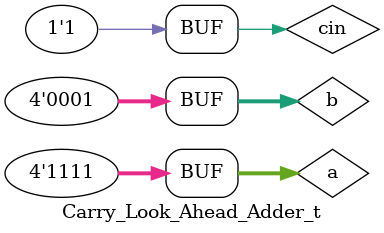
<source format=v>
`timescale 1ns/1ps

module Carry_Look_Ahead_Adder_t;
    reg [3:0] a = 4'b1111;
    reg [3:0] b = 4'b0001;
    reg cin = 1'b1;
    wire cout;
    wire [3:0] sum;

    Carry_Look_Ahead_Adder ctaa(
        .a(a),
        .b(b),
        .cin(cin),
        .cout(cout),
        .sum(sum)
    );


endmodule
</source>
